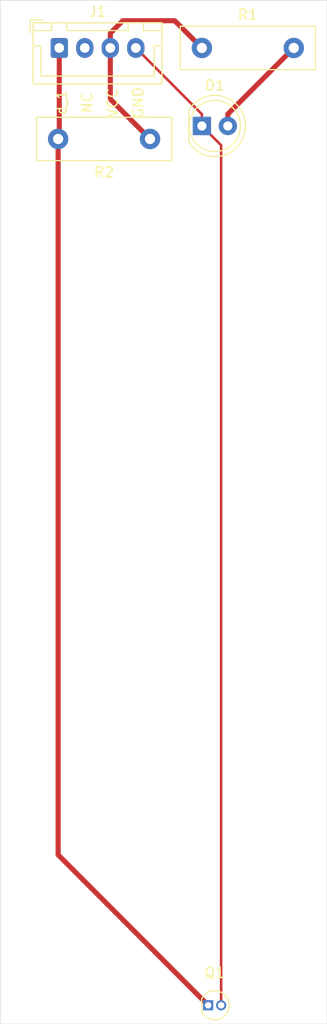
<source format=kicad_pcb>
(kicad_pcb (version 20171130) (host pcbnew "(5.1.12)-1")

  (general
    (thickness 1.6)
    (drawings 10)
    (tracks 16)
    (zones 0)
    (modules 5)
    (nets 6)
  )

  (page A4)
  (layers
    (0 F.Cu signal)
    (31 B.Cu signal)
    (32 B.Adhes user hide)
    (33 F.Adhes user hide)
    (34 B.Paste user hide)
    (35 F.Paste user hide)
    (36 B.SilkS user hide)
    (37 F.SilkS user hide)
    (38 B.Mask user hide)
    (39 F.Mask user hide)
    (40 Dwgs.User user hide)
    (41 Cmts.User user hide)
    (42 Eco1.User user hide)
    (43 Eco2.User user hide)
    (44 Edge.Cuts user)
    (45 Margin user hide)
    (46 B.CrtYd user hide)
    (47 F.CrtYd user hide)
    (48 B.Fab user hide)
    (49 F.Fab user hide)
  )

  (setup
    (last_trace_width 0.25)
    (user_trace_width 0.5)
    (trace_clearance 0.2)
    (zone_clearance 0.5)
    (zone_45_only no)
    (trace_min 0.2)
    (via_size 0.8)
    (via_drill 0.4)
    (via_min_size 0.4)
    (via_min_drill 0.3)
    (uvia_size 0.3)
    (uvia_drill 0.1)
    (uvias_allowed no)
    (uvia_min_size 0.2)
    (uvia_min_drill 0.1)
    (edge_width 0.05)
    (segment_width 0.2)
    (pcb_text_width 0.3)
    (pcb_text_size 1.5 1.5)
    (mod_edge_width 0.12)
    (mod_text_size 1 1)
    (mod_text_width 0.15)
    (pad_size 1.524 1.524)
    (pad_drill 0.762)
    (pad_to_mask_clearance 0)
    (aux_axis_origin 0 0)
    (visible_elements 7FFFFFFF)
    (pcbplotparams
      (layerselection 0x010fc_ffffffff)
      (usegerberextensions false)
      (usegerberattributes true)
      (usegerberadvancedattributes true)
      (creategerberjobfile true)
      (excludeedgelayer true)
      (linewidth 0.100000)
      (plotframeref false)
      (viasonmask false)
      (mode 1)
      (useauxorigin false)
      (hpglpennumber 1)
      (hpglpenspeed 20)
      (hpglpendiameter 15.000000)
      (psnegative false)
      (psa4output false)
      (plotreference true)
      (plotvalue true)
      (plotinvisibletext false)
      (padsonsilk false)
      (subtractmaskfromsilk false)
      (outputformat 1)
      (mirror false)
      (drillshape 0)
      (scaleselection 1)
      (outputdirectory "gerber/"))
  )

  (net 0 "")
  (net 1 "Net-(D1-Pad2)")
  (net 2 GND)
  (net 3 +5V)
  (net 4 "Net-(J1-Pad2)")
  (net 5 data)

  (net_class Default "This is the default net class."
    (clearance 0.2)
    (trace_width 0.25)
    (via_dia 0.8)
    (via_drill 0.4)
    (uvia_dia 0.3)
    (uvia_drill 0.1)
    (add_net +5V)
    (add_net GND)
    (add_net "Net-(D1-Pad2)")
    (add_net "Net-(J1-Pad2)")
    (add_net data)
  )

  (module Resistor_THT:R_Box_L13.0mm_W4.0mm_P9.00mm (layer F.Cu) (tedit 5AE5139B) (tstamp 6106B8E9)
    (at 151.67 38.55 180)
    (descr "Resistor, Box series, Radial, pin pitch=9.00mm, 2W, length*width=13.0*4.0mm^2, http://www.produktinfo.conrad.com/datenblaetter/425000-449999/443860-da-01-de-METALLBAND_WIDERSTAND_0_1_OHM_5W_5Pr.pdf")
    (tags "Resistor Box series Radial pin pitch 9.00mm 2W length 13.0mm width 4.0mm")
    (path /6105D332)
    (fp_text reference R2 (at 4.5 -3.25) (layer F.SilkS)
      (effects (font (size 1 1) (thickness 0.15)))
    )
    (fp_text value 10k (at 4.5 3.25) (layer F.Fab)
      (effects (font (size 1 1) (thickness 0.15)))
    )
    (fp_line (start 11.25 -2.25) (end -2.25 -2.25) (layer F.CrtYd) (width 0.05))
    (fp_line (start 11.25 2.25) (end 11.25 -2.25) (layer F.CrtYd) (width 0.05))
    (fp_line (start -2.25 2.25) (end 11.25 2.25) (layer F.CrtYd) (width 0.05))
    (fp_line (start -2.25 -2.25) (end -2.25 2.25) (layer F.CrtYd) (width 0.05))
    (fp_line (start 11.12 -2.12) (end 11.12 2.12) (layer F.SilkS) (width 0.12))
    (fp_line (start -2.12 -2.12) (end -2.12 2.12) (layer F.SilkS) (width 0.12))
    (fp_line (start -2.12 2.12) (end 11.12 2.12) (layer F.SilkS) (width 0.12))
    (fp_line (start -2.12 -2.12) (end 11.12 -2.12) (layer F.SilkS) (width 0.12))
    (fp_line (start 11 -2) (end -2 -2) (layer F.Fab) (width 0.1))
    (fp_line (start 11 2) (end 11 -2) (layer F.Fab) (width 0.1))
    (fp_line (start -2 2) (end 11 2) (layer F.Fab) (width 0.1))
    (fp_line (start -2 -2) (end -2 2) (layer F.Fab) (width 0.1))
    (fp_text user %R (at 4.5 0) (layer F.Fab)
      (effects (font (size 1 1) (thickness 0.15)))
    )
    (pad 2 thru_hole circle (at 9 0 180) (size 2 2) (drill 1) (layers *.Cu *.Mask)
      (net 5 data))
    (pad 1 thru_hole circle (at 0 0 180) (size 2 2) (drill 1) (layers *.Cu *.Mask)
      (net 3 +5V))
    (model ${KISYS3DMOD}/Resistor_THT.3dshapes/R_Box_L13.0mm_W4.0mm_P9.00mm.wrl
      (at (xyz 0 0 0))
      (scale (xyz 1 1 1))
      (rotate (xyz 0 0 0))
    )
  )

  (module Resistor_THT:R_Box_L13.0mm_W4.0mm_P9.00mm (layer F.Cu) (tedit 5AE5139B) (tstamp 6106B8D6)
    (at 156.75 29.66)
    (descr "Resistor, Box series, Radial, pin pitch=9.00mm, 2W, length*width=13.0*4.0mm^2, http://www.produktinfo.conrad.com/datenblaetter/425000-449999/443860-da-01-de-METALLBAND_WIDERSTAND_0_1_OHM_5W_5Pr.pdf")
    (tags "Resistor Box series Radial pin pitch 9.00mm 2W length 13.0mm width 4.0mm")
    (path /6105926D)
    (fp_text reference R1 (at 4.5 -3.25) (layer F.SilkS)
      (effects (font (size 1 1) (thickness 0.15)))
    )
    (fp_text value 47 (at 4.5 3.25) (layer F.Fab)
      (effects (font (size 1 1) (thickness 0.15)))
    )
    (fp_line (start 11.25 -2.25) (end -2.25 -2.25) (layer F.CrtYd) (width 0.05))
    (fp_line (start 11.25 2.25) (end 11.25 -2.25) (layer F.CrtYd) (width 0.05))
    (fp_line (start -2.25 2.25) (end 11.25 2.25) (layer F.CrtYd) (width 0.05))
    (fp_line (start -2.25 -2.25) (end -2.25 2.25) (layer F.CrtYd) (width 0.05))
    (fp_line (start 11.12 -2.12) (end 11.12 2.12) (layer F.SilkS) (width 0.12))
    (fp_line (start -2.12 -2.12) (end -2.12 2.12) (layer F.SilkS) (width 0.12))
    (fp_line (start -2.12 2.12) (end 11.12 2.12) (layer F.SilkS) (width 0.12))
    (fp_line (start -2.12 -2.12) (end 11.12 -2.12) (layer F.SilkS) (width 0.12))
    (fp_line (start 11 -2) (end -2 -2) (layer F.Fab) (width 0.1))
    (fp_line (start 11 2) (end 11 -2) (layer F.Fab) (width 0.1))
    (fp_line (start -2 2) (end 11 2) (layer F.Fab) (width 0.1))
    (fp_line (start -2 -2) (end -2 2) (layer F.Fab) (width 0.1))
    (fp_text user %R (at 4.5 0) (layer F.Fab)
      (effects (font (size 1 1) (thickness 0.15)))
    )
    (pad 2 thru_hole circle (at 9 0) (size 2 2) (drill 1) (layers *.Cu *.Mask)
      (net 1 "Net-(D1-Pad2)"))
    (pad 1 thru_hole circle (at 0 0) (size 2 2) (drill 1) (layers *.Cu *.Mask)
      (net 3 +5V))
    (model ${KISYS3DMOD}/Resistor_THT.3dshapes/R_Box_L13.0mm_W4.0mm_P9.00mm.wrl
      (at (xyz 0 0 0))
      (scale (xyz 1 1 1))
      (rotate (xyz 0 0 0))
    )
  )

  (module LED_THT:OP505A (layer F.Cu) (tedit 61059939) (tstamp 6106B8C3)
    (at 158 120)
    (path /6105E56E)
    (fp_text reference Q1 (at 0 0) (layer F.SilkS)
      (effects (font (size 1 1) (thickness 0.15)))
    )
    (fp_text value Q_Photo_NPN (at 0 -0.5) (layer F.Fab)
      (effects (font (size 1 1) (thickness 0.15)))
    )
    (fp_line (start -1.269999 2.54) (end -1.269999 3.809999) (layer F.SilkS) (width 0.12))
    (fp_arc (start 0 3.175) (end 1.269998 3.809999) (angle -53.13010235) (layer F.SilkS) (width 0.12))
    (fp_arc (start 0 3.175) (end 1.269999 2.540001) (angle -126.8698976) (layer F.SilkS) (width 0.12))
    (fp_arc (start 0 3.175) (end -1.269999 3.809999) (angle -126.8698976) (layer F.SilkS) (width 0.12))
    (pad 1 thru_hole rect (at -0.635 3.175) (size 1 1) (drill 0.635) (layers *.Cu *.Mask)
      (net 5 data))
    (pad 2 thru_hole circle (at 0.635 3.175) (size 1 1) (drill 0.635) (layers *.Cu *.Mask)
      (net 2 GND))
  )

  (module Connector_JST:JST_XH_B4B-XH-A_1x04_P2.50mm_Vertical (layer F.Cu) (tedit 5C28146C) (tstamp 6106B8B9)
    (at 142.78 29.66)
    (descr "JST XH series connector, B4B-XH-A (http://www.jst-mfg.com/product/pdf/eng/eXH.pdf), generated with kicad-footprint-generator")
    (tags "connector JST XH vertical")
    (path /61059BBB)
    (fp_text reference J1 (at 3.75 -3.55) (layer F.SilkS)
      (effects (font (size 1 1) (thickness 0.15)))
    )
    (fp_text value Conn_01x04 (at 3.75 4.6) (layer F.Fab)
      (effects (font (size 1 1) (thickness 0.15)))
    )
    (fp_line (start -2.85 -2.75) (end -2.85 -1.5) (layer F.SilkS) (width 0.12))
    (fp_line (start -1.6 -2.75) (end -2.85 -2.75) (layer F.SilkS) (width 0.12))
    (fp_line (start 9.3 2.75) (end 3.75 2.75) (layer F.SilkS) (width 0.12))
    (fp_line (start 9.3 -0.2) (end 9.3 2.75) (layer F.SilkS) (width 0.12))
    (fp_line (start 10.05 -0.2) (end 9.3 -0.2) (layer F.SilkS) (width 0.12))
    (fp_line (start -1.8 2.75) (end 3.75 2.75) (layer F.SilkS) (width 0.12))
    (fp_line (start -1.8 -0.2) (end -1.8 2.75) (layer F.SilkS) (width 0.12))
    (fp_line (start -2.55 -0.2) (end -1.8 -0.2) (layer F.SilkS) (width 0.12))
    (fp_line (start 10.05 -2.45) (end 8.25 -2.45) (layer F.SilkS) (width 0.12))
    (fp_line (start 10.05 -1.7) (end 10.05 -2.45) (layer F.SilkS) (width 0.12))
    (fp_line (start 8.25 -1.7) (end 10.05 -1.7) (layer F.SilkS) (width 0.12))
    (fp_line (start 8.25 -2.45) (end 8.25 -1.7) (layer F.SilkS) (width 0.12))
    (fp_line (start -0.75 -2.45) (end -2.55 -2.45) (layer F.SilkS) (width 0.12))
    (fp_line (start -0.75 -1.7) (end -0.75 -2.45) (layer F.SilkS) (width 0.12))
    (fp_line (start -2.55 -1.7) (end -0.75 -1.7) (layer F.SilkS) (width 0.12))
    (fp_line (start -2.55 -2.45) (end -2.55 -1.7) (layer F.SilkS) (width 0.12))
    (fp_line (start 6.75 -2.45) (end 0.75 -2.45) (layer F.SilkS) (width 0.12))
    (fp_line (start 6.75 -1.7) (end 6.75 -2.45) (layer F.SilkS) (width 0.12))
    (fp_line (start 0.75 -1.7) (end 6.75 -1.7) (layer F.SilkS) (width 0.12))
    (fp_line (start 0.75 -2.45) (end 0.75 -1.7) (layer F.SilkS) (width 0.12))
    (fp_line (start 0 -1.35) (end 0.625 -2.35) (layer F.Fab) (width 0.1))
    (fp_line (start -0.625 -2.35) (end 0 -1.35) (layer F.Fab) (width 0.1))
    (fp_line (start 10.45 -2.85) (end -2.95 -2.85) (layer F.CrtYd) (width 0.05))
    (fp_line (start 10.45 3.9) (end 10.45 -2.85) (layer F.CrtYd) (width 0.05))
    (fp_line (start -2.95 3.9) (end 10.45 3.9) (layer F.CrtYd) (width 0.05))
    (fp_line (start -2.95 -2.85) (end -2.95 3.9) (layer F.CrtYd) (width 0.05))
    (fp_line (start 10.06 -2.46) (end -2.56 -2.46) (layer F.SilkS) (width 0.12))
    (fp_line (start 10.06 3.51) (end 10.06 -2.46) (layer F.SilkS) (width 0.12))
    (fp_line (start -2.56 3.51) (end 10.06 3.51) (layer F.SilkS) (width 0.12))
    (fp_line (start -2.56 -2.46) (end -2.56 3.51) (layer F.SilkS) (width 0.12))
    (fp_line (start 9.95 -2.35) (end -2.45 -2.35) (layer F.Fab) (width 0.1))
    (fp_line (start 9.95 3.4) (end 9.95 -2.35) (layer F.Fab) (width 0.1))
    (fp_line (start -2.45 3.4) (end 9.95 3.4) (layer F.Fab) (width 0.1))
    (fp_line (start -2.45 -2.35) (end -2.45 3.4) (layer F.Fab) (width 0.1))
    (fp_text user %R (at 3.75 2.7) (layer F.Fab)
      (effects (font (size 1 1) (thickness 0.15)))
    )
    (pad 4 thru_hole oval (at 7.5 0) (size 1.7 1.95) (drill 0.95) (layers *.Cu *.Mask)
      (net 2 GND))
    (pad 3 thru_hole oval (at 5 0) (size 1.7 1.95) (drill 0.95) (layers *.Cu *.Mask)
      (net 3 +5V))
    (pad 2 thru_hole oval (at 2.5 0) (size 1.7 1.95) (drill 0.95) (layers *.Cu *.Mask)
      (net 4 "Net-(J1-Pad2)"))
    (pad 1 thru_hole roundrect (at 0 0) (size 1.7 1.95) (drill 0.95) (layers *.Cu *.Mask) (roundrect_rratio 0.1470588235294118)
      (net 5 data))
    (model ${KISYS3DMOD}/Connector_JST.3dshapes/JST_XH_B4B-XH-A_1x04_P2.50mm_Vertical.wrl
      (at (xyz 0 0 0))
      (scale (xyz 1 1 1))
      (rotate (xyz 0 0 0))
    )
  )

  (module LED_THT:LED_D5.0mm (layer F.Cu) (tedit 5995936A) (tstamp 6106B88E)
    (at 156.75 37.28)
    (descr "LED, diameter 5.0mm, 2 pins, http://cdn-reichelt.de/documents/datenblatt/A500/LL-504BC2E-009.pdf")
    (tags "LED diameter 5.0mm 2 pins")
    (path /6105A46A)
    (fp_text reference D1 (at 1.27 -3.96) (layer F.SilkS)
      (effects (font (size 1 1) (thickness 0.15)))
    )
    (fp_text value LED (at 1.27 3.96) (layer F.Fab)
      (effects (font (size 1 1) (thickness 0.15)))
    )
    (fp_line (start 4.5 -3.25) (end -1.95 -3.25) (layer F.CrtYd) (width 0.05))
    (fp_line (start 4.5 3.25) (end 4.5 -3.25) (layer F.CrtYd) (width 0.05))
    (fp_line (start -1.95 3.25) (end 4.5 3.25) (layer F.CrtYd) (width 0.05))
    (fp_line (start -1.95 -3.25) (end -1.95 3.25) (layer F.CrtYd) (width 0.05))
    (fp_line (start -1.29 -1.545) (end -1.29 1.545) (layer F.SilkS) (width 0.12))
    (fp_line (start -1.23 -1.469694) (end -1.23 1.469694) (layer F.Fab) (width 0.1))
    (fp_circle (center 1.27 0) (end 3.77 0) (layer F.SilkS) (width 0.12))
    (fp_circle (center 1.27 0) (end 3.77 0) (layer F.Fab) (width 0.1))
    (fp_text user %R (at 1.25 0) (layer F.Fab)
      (effects (font (size 0.8 0.8) (thickness 0.2)))
    )
    (fp_arc (start 1.27 0) (end -1.29 1.54483) (angle -148.9) (layer F.SilkS) (width 0.12))
    (fp_arc (start 1.27 0) (end -1.29 -1.54483) (angle 148.9) (layer F.SilkS) (width 0.12))
    (fp_arc (start 1.27 0) (end -1.23 -1.469694) (angle 299.1) (layer F.Fab) (width 0.1))
    (pad 2 thru_hole circle (at 2.54 0) (size 1.8 1.8) (drill 0.9) (layers *.Cu *.Mask)
      (net 1 "Net-(D1-Pad2)"))
    (pad 1 thru_hole rect (at 0 0) (size 1.8 1.8) (drill 0.9) (layers *.Cu *.Mask)
      (net 2 GND))
    (model ${KISYS3DMOD}/LED_THT.3dshapes/LED_D5.0mm.wrl
      (at (xyz 0 0 0))
      (scale (xyz 1 1 1))
      (rotate (xyz 0 0 0))
    )
  )

  (gr_text NC (at 145.5 35 90) (layer F.SilkS) (tstamp 6106BD4A)
    (effects (font (size 1 1) (thickness 0.15)))
  )
  (gr_text GND (at 150.5 35 90) (layer F.SilkS) (tstamp 6106B855)
    (effects (font (size 1 1) (thickness 0.15)))
  )
  (gr_text d_1 (at 143 35 90) (layer F.SilkS) (tstamp 6106B854)
    (effects (font (size 1 0.9) (thickness 0.15)))
  )
  (gr_text VCC (at 148 35 90) (layer F.SilkS) (tstamp 6106B853)
    (effects (font (size 1 1) (thickness 0.15)))
  )
  (dimension 100 (width 0.15) (layer Dwgs.User)
    (gr_text "100.000 mm" (at 176.3 75 270) (layer Dwgs.User)
      (effects (font (size 1 1) (thickness 0.15)))
    )
    (feature1 (pts (xy 169 125) (xy 175.586421 125)))
    (feature2 (pts (xy 169 25) (xy 175.586421 25)))
    (crossbar (pts (xy 175 25) (xy 175 125)))
    (arrow1a (pts (xy 175 125) (xy 174.413579 123.873496)))
    (arrow1b (pts (xy 175 125) (xy 175.586421 123.873496)))
    (arrow2a (pts (xy 175 25) (xy 174.413579 26.126504)))
    (arrow2b (pts (xy 175 25) (xy 175.586421 26.126504)))
  )
  (dimension 32 (width 0.15) (layer Dwgs.User)
    (gr_text "32.000 mm" (at 153 18.7) (layer Dwgs.User)
      (effects (font (size 1 1) (thickness 0.15)))
    )
    (feature1 (pts (xy 169 25) (xy 169 19.413579)))
    (feature2 (pts (xy 137 25) (xy 137 19.413579)))
    (crossbar (pts (xy 137 20) (xy 169 20)))
    (arrow1a (pts (xy 169 20) (xy 167.873496 20.586421)))
    (arrow1b (pts (xy 169 20) (xy 167.873496 19.413579)))
    (arrow2a (pts (xy 137 20) (xy 138.126504 20.586421)))
    (arrow2b (pts (xy 137 20) (xy 138.126504 19.413579)))
  )
  (gr_line (start 137 125) (end 137 25) (layer Edge.Cuts) (width 0.05))
  (gr_line (start 169 125) (end 137 125) (layer Edge.Cuts) (width 0.05))
  (gr_line (start 169 25) (end 169 125) (layer Edge.Cuts) (width 0.05))
  (gr_line (start 137 25) (end 169 25) (layer Edge.Cuts) (width 0.05))

  (segment (start 159.29 36.12) (end 159.29 37.28) (width 0.5) (layer F.Cu) (net 1))
  (segment (start 165.75 29.66) (end 159.29 36.12) (width 0.5) (layer F.Cu) (net 1))
  (segment (start 156.75 36.13) (end 156.75 37.28) (width 0.25) (layer F.Cu) (net 2))
  (segment (start 150.28 29.66) (end 156.75 36.13) (width 0.25) (layer F.Cu) (net 2))
  (segment (start 158.635 39.165) (end 158.635 123.175) (width 0.25) (layer F.Cu) (net 2))
  (segment (start 156.75 37.28) (end 158.635 39.165) (width 0.25) (layer F.Cu) (net 2))
  (segment (start 147.78 29.66) (end 147.78 28.22) (width 0.5) (layer F.Cu) (net 3))
  (segment (start 147.78 28.22) (end 149 27) (width 0.5) (layer F.Cu) (net 3))
  (segment (start 154.09 27) (end 156.75 29.66) (width 0.5) (layer F.Cu) (net 3))
  (segment (start 149 27) (end 154.09 27) (width 0.5) (layer F.Cu) (net 3))
  (segment (start 147.78 34.66) (end 151.67 38.55) (width 0.5) (layer F.Cu) (net 3))
  (segment (start 147.78 29.66) (end 147.78 34.66) (width 0.5) (layer F.Cu) (net 3))
  (segment (start 142.78 38.44) (end 142.67 38.55) (width 0.5) (layer F.Cu) (net 5))
  (segment (start 142.78 29.66) (end 142.78 38.44) (width 0.5) (layer F.Cu) (net 5))
  (segment (start 142.67 108.48) (end 157.365 123.175) (width 0.5) (layer F.Cu) (net 5))
  (segment (start 142.67 38.55) (end 142.67 108.48) (width 0.5) (layer F.Cu) (net 5))

)

</source>
